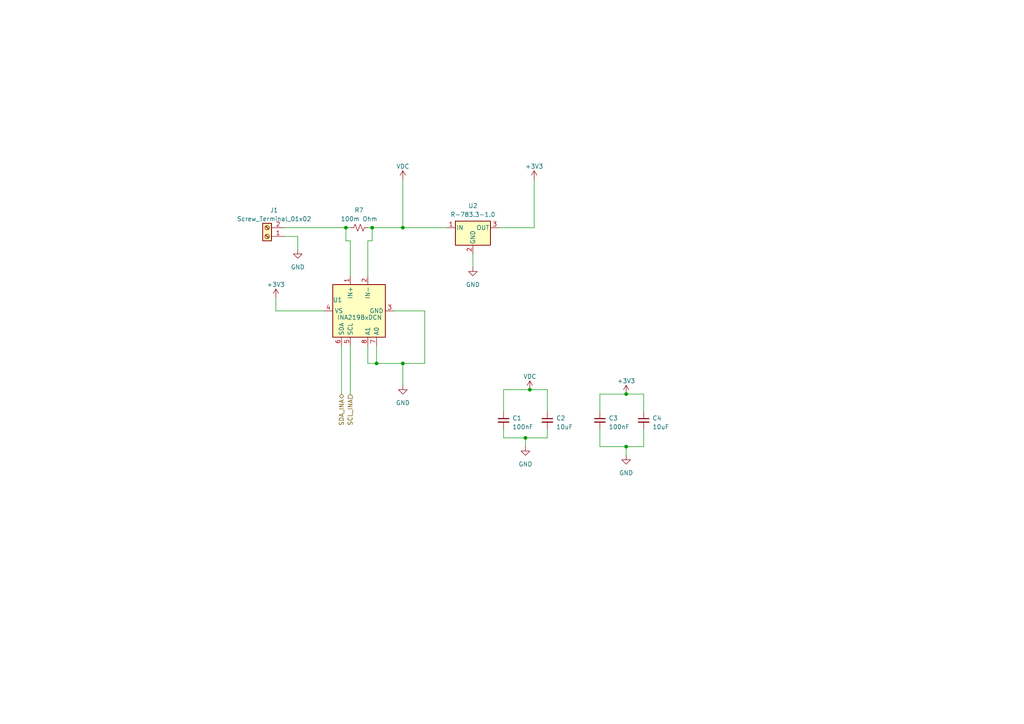
<source format=kicad_sch>
(kicad_sch (version 20210126) (generator eeschema)
  (paper "A4")
  (lib_symbols
    (symbol "Analog_ADC:INA219BxDCN"
      (property "Reference" "U" (at -6.35 8.89 0))
      (property "Value" "INA219BxDCN" (at 6.35 8.89 0))
      (symbol "INA219BxDCN_0_1"
        (rectangle (start -7.62 7.62) (end 7.62 -7.62) (stroke (width 0.254)) (fill (type background)))
      )
      (symbol "INA219BxDCN_1_1"
        (pin input line (at -10.16 2.54 0) (length 2.54) (name "IN+") (number "1"))
        (pin input line (at -10.16 -2.54 0) (length 2.54) (name "IN-") (number "2"))
        (pin power_in line (at 0 -10.16 90) (length 2.54) (name "GND") (number "3"))
        (pin power_in line (at 0 10.16 270) (length 2.54) (name "VS") (number "4"))
        (pin input line (at 10.16 2.54 180) (length 2.54) (name "SCL") (number "5"))
        (pin bidirectional line (at 10.16 5.08 180) (length 2.54) (name "SDA") (number "6"))
        (pin input line (at 10.16 -5.08 180) (length 2.54) (name "A0") (number "7"))
        (pin input line (at 10.16 -2.54 180) (length 2.54) (name "A1") (number "8"))
      )
    )
    (symbol "Connector:Screw_Terminal_01x02" (pin_names (offset 1.016) hide)
      (property "Reference" "J" (at 0 2.54 0))
      (property "Value" "Screw_Terminal_01x02" (at 0 -5.08 0))
      (symbol "Screw_Terminal_01x02_1_1"
        (circle (center 0 -2.54) (radius 0.635) (stroke (width 0.1524)))
        (circle (center 0 0) (radius 0.635) (stroke (width 0.1524)))
        (rectangle (start -1.27 1.27) (end 1.27 -3.81) (stroke (width 0.254)) (fill (type background)))
        (polyline (pts (xy -0.5334 -2.2098) (xy 0.3302 -3.048)) (stroke (width 0.1524)))
        (polyline (pts (xy -0.5334 0.3302) (xy 0.3302 -0.508)) (stroke (width 0.1524)))
        (polyline (pts (xy -0.3556 -2.032) (xy 0.508 -2.8702)) (stroke (width 0.1524)))
        (polyline (pts (xy -0.3556 0.508) (xy 0.508 -0.3302)) (stroke (width 0.1524)))
        (pin passive line (at -5.08 0 0) (length 3.81) (name "Pin_1") (number "1"))
        (pin passive line (at -5.08 -2.54 0) (length 3.81) (name "Pin_2") (number "2"))
      )
    )
    (symbol "Device:C_Small" (pin_numbers hide) (pin_names (offset 0.254) hide)
      (property "Reference" "C" (at 0.254 1.778 0))
      (property "Value" "C_Small" (at 0.254 -2.032 0))
      (symbol "C_Small_0_1"
        (polyline (pts (xy -1.524 -0.508) (xy 1.524 -0.508)) (stroke (width 0.3302)))
        (polyline (pts (xy -1.524 0.508) (xy 1.524 0.508)) (stroke (width 0.3048)))
      )
      (symbol "C_Small_1_1"
        (pin passive line (at 0 2.54 270) (length 2.032) (name "~") (number "1"))
        (pin passive line (at 0 -2.54 90) (length 2.032) (name "~") (number "2"))
      )
    )
    (symbol "Device:R_Small_US" (pin_numbers hide) (pin_names (offset 0.254) hide)
      (property "Reference" "R" (at 0.762 0.508 0))
      (property "Value" "R_Small_US" (at 0.762 -1.016 0))
      (symbol "R_Small_US_1_1"
        (polyline (pts (xy 0 0) (xy 1.016 -0.381) (xy 0 -0.762) (xy -1.016 -1.143) (xy 0 -1.524)))
        (polyline (pts (xy 0 1.524) (xy 1.016 1.143) (xy 0 0.762) (xy -1.016 0.381) (xy 0 0)))
        (pin passive line (at 0 2.54 270) (length 1.016) (name "~") (number "1"))
        (pin passive line (at 0 -2.54 90) (length 1.016) (name "~") (number "2"))
      )
    )
    (symbol "Regulator_Switching:R-783.3-1.0" (pin_names (offset 0.254))
      (property "Reference" "U" (at -3.81 3.175 0))
      (property "Value" "R-783.3-1.0" (at 0 3.175 0))
      (symbol "R-783.3-1.0_0_1"
        (rectangle (start -5.08 1.905) (end 5.08 -5.08) (stroke (width 0.254)) (fill (type background)))
      )
      (symbol "R-783.3-1.0_1_1"
        (pin power_in line (at -7.62 0 0) (length 2.54) (name "IN") (number "1"))
        (pin power_in line (at 0 -7.62 90) (length 2.54) (name "GND") (number "2"))
        (pin power_out line (at 7.62 0 180) (length 2.54) (name "OUT") (number "3"))
      )
    )
    (symbol "power:+3V3" (power) (pin_names (offset 0))
      (property "Value" "+3V3" (at 0 3.556 0))
      (symbol "+3V3_0_1"
        (polyline (pts (xy -0.762 1.27) (xy 0 2.54)))
        (polyline (pts (xy 0 0) (xy 0 2.54)))
        (polyline (pts (xy 0 2.54) (xy 0.762 1.27)))
      )
      (symbol "+3V3_1_1"
        (pin power_in line (at 0 0 90) (length 0) hide (name "+3V3") (number "1"))
      )
    )
    (symbol "power:GND" (power) (pin_names (offset 0))
      (property "Value" "GND" (at 0 -3.81 0))
      (symbol "GND_0_1"
        (polyline (pts (xy 0 0) (xy 0 -1.27) (xy 1.27 -1.27) (xy 0 -2.54) (xy -1.27 -1.27) (xy 0 -1.27)))
      )
      (symbol "GND_1_1"
        (pin power_in line (at 0 0 270) (length 0) hide (name "GND") (number "1"))
      )
    )
    (symbol "power:VDC" (power) (pin_names (offset 0))
      (property "Value" "VDC" (at 0 6.35 0))
      (symbol "VDC_0_1"
        (polyline (pts (xy -0.762 1.27) (xy 0 2.54)))
        (polyline (pts (xy 0 0) (xy 0 2.54)))
        (polyline (pts (xy 0 2.54) (xy 0.762 1.27)))
      )
      (symbol "VDC_1_1"
        (pin power_in line (at 0 0 90) (length 0) hide (name "VDC") (number "1"))
      )
    )
  )
  (junction (at 100.33 66.04) (diameter 0.9144))
  (junction (at 107.95 66.04) (diameter 0.9144))
  (junction (at 109.22 105.41) (diameter 0.9144))
  (junction (at 116.84 66.04) (diameter 0.9144))
  (junction (at 116.84 105.41) (diameter 0.9144))
  (junction (at 152.4 127) (diameter 0.9144))
  (junction (at 153.67 113.03) (diameter 0.9144))
  (junction (at 181.61 114.3) (diameter 0.9144))
  (junction (at 181.61 129.54) (diameter 0.9144))
  (wire (pts (xy 80.01 90.17) (xy 80.01 86.36)))
  (wire (pts (xy 80.01 90.17) (xy 93.98 90.17)))
  (wire (pts (xy 82.55 66.04) (xy 100.33 66.04)))
  (wire (pts (xy 82.55 68.58) (xy 86.36 68.58)))
  (wire (pts (xy 86.36 68.58) (xy 86.36 72.39)))
  (wire (pts (xy 99.06 100.33) (xy 99.06 114.3)))
  (wire (pts (xy 100.33 66.04) (xy 100.33 69.85)))
  (wire (pts (xy 100.33 66.04) (xy 101.6 66.04)))
  (wire (pts (xy 101.6 69.85) (xy 100.33 69.85)))
  (wire (pts (xy 101.6 69.85) (xy 101.6 80.01)))
  (wire (pts (xy 101.6 100.33) (xy 101.6 114.3)))
  (wire (pts (xy 106.68 66.04) (xy 107.95 66.04)))
  (wire (pts (xy 106.68 69.85) (xy 106.68 80.01)))
  (wire (pts (xy 106.68 69.85) (xy 107.95 69.85)))
  (wire (pts (xy 106.68 100.33) (xy 106.68 105.41)))
  (wire (pts (xy 106.68 105.41) (xy 109.22 105.41)))
  (wire (pts (xy 107.95 66.04) (xy 107.95 69.85)))
  (wire (pts (xy 107.95 66.04) (xy 116.84 66.04)))
  (wire (pts (xy 109.22 100.33) (xy 109.22 105.41)))
  (wire (pts (xy 109.22 105.41) (xy 116.84 105.41)))
  (wire (pts (xy 114.3 90.17) (xy 123.19 90.17)))
  (wire (pts (xy 116.84 52.07) (xy 116.84 66.04)))
  (wire (pts (xy 116.84 66.04) (xy 129.54 66.04)))
  (wire (pts (xy 116.84 105.41) (xy 116.84 111.76)))
  (wire (pts (xy 116.84 105.41) (xy 123.19 105.41)))
  (wire (pts (xy 123.19 90.17) (xy 123.19 105.41)))
  (wire (pts (xy 137.16 73.66) (xy 137.16 77.47)))
  (wire (pts (xy 144.78 66.04) (xy 154.94 66.04)))
  (wire (pts (xy 146.05 113.03) (xy 153.67 113.03)))
  (wire (pts (xy 146.05 119.38) (xy 146.05 113.03)))
  (wire (pts (xy 146.05 124.46) (xy 146.05 127)))
  (wire (pts (xy 152.4 127) (xy 146.05 127)))
  (wire (pts (xy 152.4 127) (xy 158.75 127)))
  (wire (pts (xy 152.4 129.54) (xy 152.4 127)))
  (wire (pts (xy 153.67 113.03) (xy 158.75 113.03)))
  (wire (pts (xy 154.94 52.07) (xy 154.94 66.04)))
  (wire (pts (xy 158.75 113.03) (xy 158.75 119.38)))
  (wire (pts (xy 158.75 127) (xy 158.75 124.46)))
  (wire (pts (xy 173.99 114.3) (xy 181.61 114.3)))
  (wire (pts (xy 173.99 119.38) (xy 173.99 114.3)))
  (wire (pts (xy 173.99 129.54) (xy 173.99 124.46)))
  (wire (pts (xy 181.61 114.3) (xy 186.69 114.3)))
  (wire (pts (xy 181.61 129.54) (xy 173.99 129.54)))
  (wire (pts (xy 181.61 129.54) (xy 186.69 129.54)))
  (wire (pts (xy 181.61 132.08) (xy 181.61 129.54)))
  (wire (pts (xy 186.69 114.3) (xy 186.69 119.38)))
  (wire (pts (xy 186.69 129.54) (xy 186.69 124.46)))
  (hierarchical_label "SDA_INA" (shape bidirectional) (at 99.06 114.3 270))
  (hierarchical_label "SCL_INA" (shape input) (at 101.6 114.3 270))
  (symbol (lib_id "power:+3V3") (at 80.01 86.36 0) (unit 1)
    (property "Reference" "#PWR0117" (effects hide))
    (property "Value" "+3V3" (at 80.01 82.55 0))
  )
  (symbol (lib_id "power:VDC") (at 116.84 52.07 0) (unit 1)
    (property "Reference" "#PWR0121" (effects hide))
    (property "Value" "VDC" (at 116.84 48.26 0))
  )
  (symbol (lib_id "power:VDC") (at 153.67 113.03 0) (unit 1)
    (property "Reference" "#PWR0116" (effects hide))
    (property "Value" "VDC" (at 153.67 109.22 0))
  )
  (symbol (lib_id "power:+3V3") (at 154.94 52.07 0) (unit 1)
    (property "Reference" "#PWR0113" (effects hide))
    (property "Value" "+3V3" (at 154.94 48.26 0))
  )
  (symbol (lib_id "power:+3V3") (at 181.61 114.3 0) (unit 1)
    (property "Reference" "#PWR0108" (effects hide))
    (property "Value" "+3V3" (at 181.61 110.49 0))
  )
  (symbol (lib_id "power:GND") (at 86.36 72.39 0) (unit 1)
    (property "Reference" "#PWR0118" (effects hide))
    (property "Value" "GND" (at 86.36 77.47 0))
  )
  (symbol (lib_id "power:GND") (at 116.84 111.76 0) (unit 1)
    (property "Reference" "#PWR0119" (effects hide))
    (property "Value" "GND" (at 116.84 116.84 0))
  )
  (symbol (lib_id "power:GND") (at 137.16 77.47 0) (unit 1)
    (property "Reference" "#PWR0120" (effects hide))
    (property "Value" "GND" (at 137.16 82.55 0))
  )
  (symbol (lib_id "power:GND") (at 152.4 129.54 0) (unit 1)
    (property "Reference" "#PWR0109" (effects hide))
    (property "Value" "GND" (at 152.4 134.62 0))
  )
  (symbol (lib_id "power:GND") (at 181.61 132.08 0) (unit 1)
    (property "Reference" "#PWR0110" (effects hide))
    (property "Value" "GND" (at 181.61 137.16 0))
  )
  (symbol (lib_id "Device:R_Small_US") (at 104.14 66.04 90) (unit 1)
    (property "Reference" "R7" (at 104.14 60.96 90))
    (property "Value" "100m Ohm" (at 104.14 63.5 90))
    (property "Footprint" "vanalles:R_2512_6332Metric_Pad1.40x3.35mm_HandSolder" (effects hide))
  )
  (symbol (lib_id "Device:C_Small") (at 146.05 121.92 0) (unit 1)
    (property "Reference" "C1" (at 148.59 121.2849 0) (effects (justify left)))
    (property "Value" "100nF" (at 148.59 123.8249 0) (effects (justify left)))
    (property "Footprint" "vanalles:0603" (effects hide))
  )
  (symbol (lib_id "Device:C_Small") (at 158.75 121.92 0) (unit 1)
    (property "Reference" "C2" (at 161.29 121.2849 0) (effects (justify left)))
    (property "Value" "10uF" (at 161.29 123.8249 0) (effects (justify left)))
    (property "Footprint" "vanalles:0603" (effects hide))
  )
  (symbol (lib_id "Device:C_Small") (at 173.99 121.92 0) (unit 1)
    (property "Reference" "C3" (at 176.53 121.2849 0) (effects (justify left)))
    (property "Value" "100nF" (at 176.53 123.8249 0) (effects (justify left)))
    (property "Footprint" "vanalles:0603" (effects hide))
  )
  (symbol (lib_id "Device:C_Small") (at 186.69 121.92 0) (unit 1)
    (property "Reference" "C4" (at 189.23 121.2849 0) (effects (justify left)))
    (property "Value" "10uF" (at 189.23 123.8249 0) (effects (justify left)))
    (property "Footprint" "vanalles:0603" (effects hide))
  )
  (symbol (lib_id "Connector:Screw_Terminal_01x02") (at 77.47 68.58 180) (unit 1)
    (property "Reference" "J1" (at 79.502 60.96 0))
    (property "Value" "Screw_Terminal_01x02" (at 79.502 63.5 0))
    (property "Footprint" "connectors_user:2pin_screw" (effects hide))
  )
  (symbol (lib_id "Regulator_Switching:R-783.3-1.0") (at 137.16 66.04 0) (unit 1)
    (property "Reference" "U2" (at 137.16 59.69 0))
    (property "Value" "R-783.3-1.0" (at 137.16 62.23 0))
    (property "Footprint" "vanalles:recom psu" (effects hide))
    (property "Datasheet" "https://www.recom-power.com/pdf/Innoline/R-78xx-1.0.pdf" (effects hide))
  )
  (symbol (lib_id "Analog_ADC:INA219BxDCN") (at 104.14 90.17 90) (mirror x) (unit 1)
    (property "Reference" "U1" (at 96.52 86.9949 90) (effects (justify right)))
    (property "Value" "INA219BxDCN" (at 97.79 92.0749 90) (effects (justify right)))
    (property "Footprint" "halfgeleiders:SOIC127P599X175-8N" (effects hide))
    (property "Datasheet" "http://www.ti.com/lit/ds/symlink/ina219.pdf" (effects hide))
  )
)
</source>
